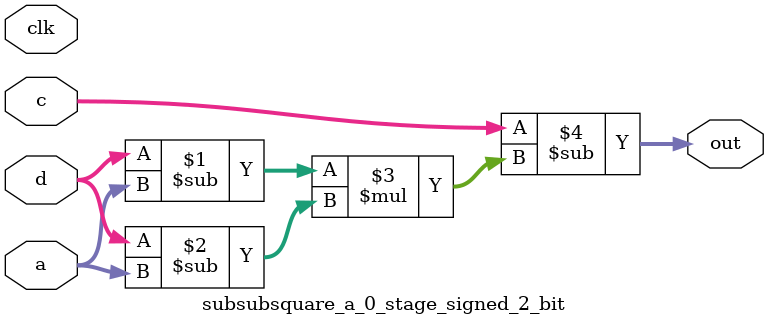
<source format=sv>
(* use_dsp = "yes" *) module subsubsquare_a_0_stage_signed_2_bit(
	input signed [1:0] a,
	input signed [1:0] c,
	input signed [1:0] d,
	output [1:0] out,
	input clk);

	assign out = c - ((d - a) * (d - a));
endmodule

</source>
